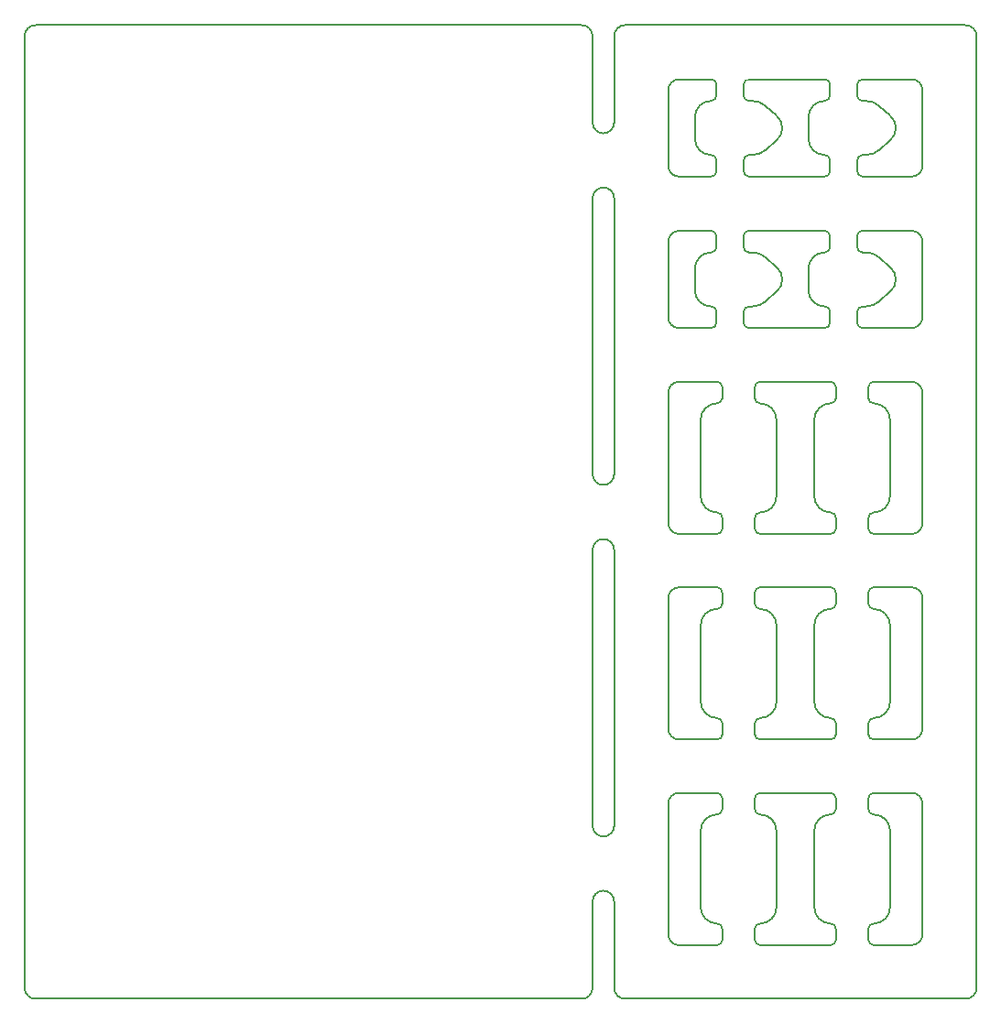
<source format=gm1>
G04 #@! TF.GenerationSoftware,KiCad,Pcbnew,(6.0.2-0)*
G04 #@! TF.CreationDate,2022-08-08T09:45:33+12:00*
G04 #@! TF.ProjectId,stamp_attach,7374616d-705f-4617-9474-6163682e6b69,rev?*
G04 #@! TF.SameCoordinates,Original*
G04 #@! TF.FileFunction,Profile,NP*
%FSLAX46Y46*%
G04 Gerber Fmt 4.6, Leading zero omitted, Abs format (unit mm)*
G04 Created by KiCad (PCBNEW (6.0.2-0)) date 2022-08-08 09:45:33*
%MOMM*%
%LPD*%
G01*
G04 APERTURE LIST*
G04 #@! TA.AperFunction,Profile*
%ADD10C,0.150000*%
G04 #@! TD*
G04 APERTURE END LIST*
D10*
X169000001Y-123539999D02*
X165500001Y-123540000D01*
X171960001Y-62500000D02*
G75*
G03*
X171460001Y-63000000I1J-500001D01*
G01*
X179500001Y-104540000D02*
G75*
G03*
X180000001Y-104040000I-1J500001D01*
G01*
X193000000Y-58500000D02*
X193000001Y-146500000D01*
X169500001Y-128960000D02*
G75*
G03*
X169000001Y-128460000I-500001J-1D01*
G01*
X192000001Y-57500001D02*
X160500001Y-57500000D01*
X188000001Y-129460001D02*
G75*
G03*
X187000001Y-128460000I-999999J2D01*
G01*
X188000001Y-77500000D02*
X188000001Y-84500000D01*
X169000001Y-142540000D02*
G75*
G03*
X169500001Y-142039999I-1J500001D01*
G01*
X169000001Y-104540000D02*
G75*
G03*
X169500001Y-104040000I-1J500001D01*
G01*
X165500001Y-76500001D02*
G75*
G03*
X164500002Y-77500001I2J-1000001D01*
G01*
X106000001Y-57500001D02*
G75*
G03*
X105000002Y-58500000I0J-999999D01*
G01*
X106000001Y-147500001D02*
X156500001Y-147500001D01*
X183000001Y-123040000D02*
G75*
G03*
X183500001Y-123540000I500001J1D01*
G01*
X160500001Y-57500000D02*
G75*
G03*
X159500001Y-58500000I-1J-999999D01*
G01*
X159500001Y-66500000D02*
X159500001Y-58500000D01*
X165500000Y-109460000D02*
G75*
G03*
X164500001Y-110460000I0J-999999D01*
G01*
X183500001Y-90460000D02*
G75*
G03*
X183000002Y-90960000I4J-500003D01*
G01*
X183500001Y-142540000D02*
X187000001Y-142540000D01*
X169000001Y-123540000D02*
G75*
G03*
X169500001Y-123040001I-1J500001D01*
G01*
X183500001Y-128460000D02*
X187000001Y-128460000D01*
X169000001Y-109460000D02*
X165500000Y-109460000D01*
X182460001Y-76500000D02*
G75*
G03*
X181960001Y-77000000I1J-500001D01*
G01*
X171460001Y-85000001D02*
G75*
G03*
X171960001Y-85500001I500001J1D01*
G01*
X169000001Y-142539999D02*
X165500001Y-142540000D01*
X180000001Y-128960000D02*
G75*
G03*
X179500001Y-128460000I-500001J-1D01*
G01*
X168460001Y-85500001D02*
X165500001Y-85500001D01*
X179500001Y-142540000D02*
G75*
G03*
X180000001Y-142040000I-1J500001D01*
G01*
X181960001Y-85000000D02*
G75*
G03*
X182460001Y-85500000I500001J1D01*
G01*
X168460001Y-85500001D02*
G75*
G03*
X168960001Y-85000001I-1J500001D01*
G01*
X159500001Y-146500000D02*
G75*
G03*
X160500001Y-147500001I1000001J0D01*
G01*
X171960001Y-76500001D02*
G75*
G03*
X171460001Y-77000000I0J-500000D01*
G01*
X173000001Y-109460000D02*
G75*
G03*
X172500001Y-109959999I1J-500001D01*
G01*
X169000001Y-90460000D02*
X165500001Y-90460000D01*
X188000001Y-63500000D02*
X188000001Y-70500000D01*
X188000001Y-110460000D02*
G75*
G03*
X187000001Y-109460000I-999999J1D01*
G01*
X172500001Y-123040000D02*
G75*
G03*
X173000001Y-123540000I500001J1D01*
G01*
X178960001Y-85500000D02*
X171960001Y-85500001D01*
X180000001Y-90960000D02*
G75*
G03*
X179500001Y-90460000I-500001J-1D01*
G01*
X182460001Y-62500000D02*
G75*
G03*
X181960001Y-63000000I1J-500001D01*
G01*
X181960001Y-71000000D02*
G75*
G03*
X182460001Y-71500000I500001J1D01*
G01*
X164500001Y-141540000D02*
X164500001Y-129460000D01*
X169000001Y-104539999D02*
X165500001Y-104540000D01*
X165500001Y-90460000D02*
G75*
G03*
X164500002Y-91460000I2J-1000001D01*
G01*
X157500001Y-58500001D02*
X157500001Y-66500000D01*
X193000000Y-58500000D02*
G75*
G03*
X192000001Y-57500001I-999999J0D01*
G01*
X157500001Y-73500000D02*
X157500001Y-99000000D01*
X187000001Y-85500000D02*
G75*
G03*
X188000001Y-84500000I1J999999D01*
G01*
X157500001Y-131500000D02*
X157500001Y-106000000D01*
X187000001Y-104540000D02*
G75*
G03*
X188000001Y-103540000I1J999999D01*
G01*
X168460001Y-71500000D02*
G75*
G03*
X168960001Y-71000000I-1J500001D01*
G01*
X164500001Y-84500001D02*
X164500002Y-77500001D01*
X168960001Y-63000000D02*
G75*
G03*
X168460001Y-62500000I-500001J-1D01*
G01*
X164500001Y-122540000D02*
X164500001Y-110460000D01*
X168460001Y-71500000D02*
X165500001Y-71500000D01*
X183500001Y-123540000D02*
X187000001Y-123540000D01*
X173000001Y-128460000D02*
G75*
G03*
X172500001Y-128960000I1J-500001D01*
G01*
X183000001Y-142040000D02*
G75*
G03*
X183500001Y-142540000I500001J1D01*
G01*
X164500001Y-103540000D02*
G75*
G03*
X165500001Y-104540000I999999J-1D01*
G01*
X179500001Y-142540000D02*
X173000001Y-142540000D01*
X164500001Y-70500000D02*
X164500001Y-63500000D01*
X187000001Y-76500000D02*
X182460001Y-76500000D01*
X169500001Y-109960000D02*
G75*
G03*
X169000001Y-109460000I-500001J-1D01*
G01*
X173000001Y-90460000D02*
G75*
G03*
X172500000Y-90960000I-1J-500000D01*
G01*
X187000001Y-71500000D02*
G75*
G03*
X188000001Y-70500000I1J999999D01*
G01*
X188000001Y-77500000D02*
G75*
G03*
X187000001Y-76500000I-1000003J-3D01*
G01*
X187000001Y-62500000D02*
X182460001Y-62500000D01*
X165500001Y-128460000D02*
G75*
G03*
X164500001Y-129460000I-1J-999999D01*
G01*
X183500001Y-128460000D02*
G75*
G03*
X183000001Y-128960000I1J-500001D01*
G01*
X188000001Y-129460001D02*
X188000001Y-141540001D01*
X165500001Y-76500001D02*
X168460001Y-76500001D01*
X164500001Y-141540000D02*
G75*
G03*
X165500001Y-142540000I999999J-1D01*
G01*
X159500001Y-146500000D02*
X159500001Y-138500000D01*
X105000001Y-146500000D02*
X105000002Y-58500000D01*
X171960001Y-62500000D02*
X178960001Y-62500000D01*
X179460001Y-77000000D02*
G75*
G03*
X178960001Y-76500000I-500001J-1D01*
G01*
X187000001Y-123540000D02*
G75*
G03*
X188000001Y-122540000I-3J1000003D01*
G01*
X169500001Y-90960000D02*
G75*
G03*
X169000001Y-90460000I-500001J-1D01*
G01*
X179500001Y-104540000D02*
X173000001Y-104540000D01*
X192000001Y-147500000D02*
X160500001Y-147500001D01*
X178960001Y-71500000D02*
G75*
G03*
X179460001Y-71000000I-1J500001D01*
G01*
X183500001Y-104540000D02*
X187000001Y-104540000D01*
X183500001Y-90460000D02*
X187000001Y-90460000D01*
X157500001Y-58500001D02*
G75*
G03*
X156500001Y-57500000I-1000001J0D01*
G01*
X183500000Y-109460000D02*
X187000001Y-109460000D01*
X164500001Y-122540000D02*
G75*
G03*
X165500001Y-123540000I999999J-1D01*
G01*
X187000001Y-142540000D02*
G75*
G03*
X188000001Y-141540001I1J999999D01*
G01*
X164500001Y-84500001D02*
G75*
G03*
X165500001Y-85500001I999999J-1D01*
G01*
X159500001Y-99000000D02*
X159500001Y-73500000D01*
X183500000Y-109460000D02*
G75*
G03*
X183000001Y-109959999I2J-500001D01*
G01*
X183000001Y-104040000D02*
G75*
G03*
X183500001Y-104540000I500001J1D01*
G01*
X157500001Y-138500000D02*
X157500001Y-146500001D01*
X179500001Y-123540000D02*
G75*
G03*
X180000001Y-123040000I-1J500001D01*
G01*
X188000001Y-63500000D02*
G75*
G03*
X187000001Y-62500000I-999999J1D01*
G01*
X179460001Y-63000000D02*
G75*
G03*
X178960001Y-62500000I-500001J-1D01*
G01*
X106000001Y-57500001D02*
X156500001Y-57500000D01*
X188000001Y-110460000D02*
X188000001Y-122540000D01*
X173000001Y-109460000D02*
X179500000Y-109460000D01*
X188000001Y-91460000D02*
G75*
G03*
X187000001Y-90460000I-999999J1D01*
G01*
X188000001Y-91460000D02*
X188000001Y-103540000D01*
X168960001Y-77000000D02*
G75*
G03*
X168460001Y-76500001I-500000J-1D01*
G01*
X159500001Y-131500000D02*
X159500001Y-106000000D01*
X178960001Y-71500000D02*
X171960001Y-71500000D01*
X165500001Y-62500000D02*
X168460001Y-62500000D01*
X164500001Y-70500000D02*
G75*
G03*
X165500001Y-71500000I999999J-1D01*
G01*
X156500001Y-147500001D02*
G75*
G03*
X157500001Y-146500001I1J999999D01*
G01*
X172500001Y-142040000D02*
G75*
G03*
X173000001Y-142540000I500001J1D01*
G01*
X192000001Y-147500000D02*
G75*
G03*
X193000001Y-146500000I1J999999D01*
G01*
X105000001Y-146500000D02*
G75*
G03*
X106000001Y-147500001I1000001J0D01*
G01*
X179500001Y-123540000D02*
X173000001Y-123540000D01*
X171960001Y-76500001D02*
X178960001Y-76500000D01*
X173000001Y-90460000D02*
X179500001Y-90460000D01*
X165500001Y-62500000D02*
G75*
G03*
X164500001Y-63500000I-1J-999999D01*
G01*
X169000001Y-128460000D02*
X165500001Y-128460000D01*
X180000001Y-109960000D02*
G75*
G03*
X179500000Y-109460000I-500001J-1D01*
G01*
X182460001Y-85500000D02*
X187000001Y-85500000D01*
X171460001Y-71000000D02*
G75*
G03*
X171960001Y-71500000I500001J1D01*
G01*
X182460001Y-71500000D02*
X187000001Y-71500000D01*
X173000001Y-128460000D02*
X179500001Y-128460000D01*
X172500001Y-104040000D02*
G75*
G03*
X173000001Y-104540000I500001J1D01*
G01*
X164500001Y-103540000D02*
X164500002Y-91460000D01*
X178960001Y-85500000D02*
G75*
G03*
X179460001Y-85000000I-1J500001D01*
G01*
X158500001Y-132500000D02*
G75*
G03*
X159500001Y-131500000I1J999999D01*
G01*
X158500001Y-137500000D02*
G75*
G03*
X157500001Y-138500000I-1J-999999D01*
G01*
X159500001Y-138500000D02*
G75*
G03*
X158500001Y-137500000I-999999J1D01*
G01*
X157500001Y-131500000D02*
G75*
G03*
X158500001Y-132500000I999999J-1D01*
G01*
X157500001Y-66499999D02*
G75*
G03*
X158500001Y-67499999I999999J-1D01*
G01*
X158500001Y-67499999D02*
G75*
G03*
X159500001Y-66499999I1J999999D01*
G01*
X159500001Y-73499999D02*
G75*
G03*
X158500001Y-72499999I-999999J1D01*
G01*
X158500001Y-72499999D02*
G75*
G03*
X157500001Y-73499999I-1J-999999D01*
G01*
X172500001Y-90960000D02*
X172500001Y-91960000D01*
X169500001Y-91960000D02*
X169500001Y-90960000D01*
X167500001Y-101040000D02*
X167500001Y-93960000D01*
X169500001Y-104040000D02*
X169500001Y-103040000D01*
X172500001Y-103040000D02*
X172500001Y-104040000D01*
X174500001Y-101040000D02*
X174500001Y-93960000D01*
X173000001Y-102540000D02*
G75*
G03*
X172500001Y-103040000I1J-500001D01*
G01*
X172500001Y-91960000D02*
G75*
G03*
X173000001Y-92460000I500001J1D01*
G01*
X169000001Y-92460000D02*
G75*
G03*
X169500001Y-91960000I-1J500001D01*
G01*
X169000001Y-92460000D02*
G75*
G03*
X167500001Y-93960000I1J-1500001D01*
G01*
X167500001Y-101040000D02*
G75*
G03*
X169000001Y-102540000I1500001J1D01*
G01*
X173000001Y-102540000D02*
G75*
G03*
X174500001Y-101040000I-1J1500001D01*
G01*
X169500001Y-103040000D02*
G75*
G03*
X169000001Y-102540000I-500001J-1D01*
G01*
X174500001Y-93960000D02*
G75*
G03*
X173000001Y-92460000I-1500001J-1D01*
G01*
X171460001Y-84000000D02*
X171460001Y-85000000D01*
X171960001Y-78500000D02*
X172270001Y-78500000D01*
X171960001Y-83500000D02*
X172270001Y-83500000D01*
X168960001Y-77000000D02*
X168960001Y-78000000D01*
X166960001Y-82000000D02*
X166960001Y-80000000D01*
X173504830Y-83032649D02*
X174533161Y-82124115D01*
X168960001Y-84000000D02*
X168960001Y-85000000D01*
X174533161Y-79875885D02*
X173504830Y-78967351D01*
X171460001Y-78000000D02*
X171460001Y-77000000D01*
X166960001Y-82000000D02*
G75*
G03*
X168460001Y-83500000I1500001J1D01*
G01*
X173504830Y-78967351D02*
G75*
G03*
X172270001Y-78500000I-1234827J-1397643D01*
G01*
X172270001Y-83500000D02*
G75*
G03*
X173504830Y-83032649I2J1864994D01*
G01*
X171960001Y-83500000D02*
G75*
G03*
X171460001Y-84000000I1J-500001D01*
G01*
X174533161Y-82124115D02*
G75*
G03*
X174533161Y-79875885I-993161J1124115D01*
G01*
X168460001Y-78500000D02*
G75*
G03*
X168960001Y-78000000I-1J500001D01*
G01*
X168460001Y-78500000D02*
G75*
G03*
X166960001Y-80000000I1J-1500001D01*
G01*
X171460001Y-78000000D02*
G75*
G03*
X171960001Y-78500000I500001J1D01*
G01*
X168960001Y-84000000D02*
G75*
G03*
X168460001Y-83500000I-500001J-1D01*
G01*
X183000001Y-103040000D02*
X183000001Y-104040000D01*
X180000001Y-104040000D02*
X180000001Y-103040000D01*
X180000001Y-91960000D02*
X180000001Y-90960000D01*
X185000001Y-101040000D02*
X185000001Y-93960000D01*
X178000001Y-101040000D02*
X178000001Y-93960000D01*
X183000001Y-90960000D02*
X183000001Y-91960000D01*
X183500001Y-102540000D02*
G75*
G03*
X185000001Y-101040000I-1J1500001D01*
G01*
X179500001Y-92460000D02*
G75*
G03*
X178000001Y-93960000I1J-1500001D01*
G01*
X183000001Y-91960000D02*
G75*
G03*
X183500001Y-92460000I500001J1D01*
G01*
X185000001Y-93960000D02*
G75*
G03*
X183500001Y-92460000I-1500001J-1D01*
G01*
X178000001Y-101040000D02*
G75*
G03*
X179500001Y-102540000I1500001J1D01*
G01*
X183500001Y-102540000D02*
G75*
G03*
X183000001Y-103040000I1J-500001D01*
G01*
X179500001Y-92460000D02*
G75*
G03*
X180000001Y-91960000I-1J500001D01*
G01*
X180000001Y-103040000D02*
G75*
G03*
X179500001Y-102540000I-500001J-1D01*
G01*
X172500001Y-109960000D02*
X172500001Y-110960000D01*
X169500001Y-110960000D02*
X169500001Y-109960000D01*
X169500001Y-123040000D02*
X169500001Y-122040000D01*
X172500001Y-122040000D02*
X172500001Y-123040000D01*
X167500001Y-120040000D02*
X167500001Y-112960000D01*
X174500001Y-120040000D02*
X174500001Y-112960000D01*
X173000001Y-121540000D02*
G75*
G03*
X174500001Y-120040000I-1J1500001D01*
G01*
X169000001Y-111460000D02*
G75*
G03*
X169500001Y-110960000I-1J500001D01*
G01*
X174500001Y-112960000D02*
G75*
G03*
X173000001Y-111460000I-1500001J-1D01*
G01*
X169000001Y-111460000D02*
G75*
G03*
X167500001Y-112960000I1J-1500001D01*
G01*
X167500001Y-120040000D02*
G75*
G03*
X169000001Y-121540000I1500001J1D01*
G01*
X172500001Y-110960000D02*
G75*
G03*
X173000001Y-111460000I500001J1D01*
G01*
X173000001Y-121540000D02*
G75*
G03*
X172500001Y-122040000I1J-500001D01*
G01*
X169500001Y-122040000D02*
G75*
G03*
X169000001Y-121540000I-500001J-1D01*
G01*
X180000001Y-110960000D02*
X180000001Y-109960000D01*
X183000001Y-122040000D02*
X183000001Y-123040000D01*
X183000001Y-109960000D02*
X183000001Y-110960000D01*
X185000001Y-120040000D02*
X185000001Y-112960000D01*
X180000001Y-123040000D02*
X180000001Y-122040000D01*
X178000001Y-120040000D02*
X178000001Y-112960000D01*
X183000001Y-110960000D02*
G75*
G03*
X183500001Y-111460000I500001J1D01*
G01*
X179500001Y-111460000D02*
G75*
G03*
X180000001Y-110960000I-1J500001D01*
G01*
X178000001Y-120040000D02*
G75*
G03*
X179500001Y-121540000I1500001J1D01*
G01*
X179500001Y-111460000D02*
G75*
G03*
X178000001Y-112960000I1J-1500001D01*
G01*
X183500001Y-121540000D02*
G75*
G03*
X183000001Y-122040000I1J-500001D01*
G01*
X185000001Y-112960000D02*
G75*
G03*
X183500001Y-111460000I-1500001J-1D01*
G01*
X180000001Y-122040000D02*
G75*
G03*
X179500001Y-121540000I-500001J-1D01*
G01*
X183500001Y-121540000D02*
G75*
G03*
X185000001Y-120040000I-1J1500001D01*
G01*
X159500001Y-106000000D02*
G75*
G03*
X158500001Y-105000000I-999999J1D01*
G01*
X157500001Y-99000000D02*
G75*
G03*
X158500001Y-100000000I999999J-1D01*
G01*
X158500001Y-100000000D02*
G75*
G03*
X159500001Y-99000000I1J999999D01*
G01*
X158500001Y-105000000D02*
G75*
G03*
X157500001Y-106000000I-1J-999999D01*
G01*
X174500001Y-139040000D02*
X174500001Y-131960000D01*
X169500001Y-129960000D02*
X169500001Y-128960000D01*
X172500001Y-128960000D02*
X172500001Y-129960000D01*
X172500001Y-141040000D02*
X172500001Y-142040000D01*
X169500001Y-142040000D02*
X169500001Y-141040000D01*
X167500001Y-139040000D02*
X167500001Y-131960000D01*
X169500001Y-141040000D02*
G75*
G03*
X169000001Y-140540000I-500001J-1D01*
G01*
X173000001Y-140540000D02*
G75*
G03*
X172500001Y-141040000I1J-500001D01*
G01*
X172500001Y-129960000D02*
G75*
G03*
X173000001Y-130460000I500001J1D01*
G01*
X173000001Y-140540000D02*
G75*
G03*
X174500001Y-139040000I-1J1500001D01*
G01*
X174500001Y-131960000D02*
G75*
G03*
X173000001Y-130460000I-1500001J-1D01*
G01*
X169000001Y-130460000D02*
G75*
G03*
X169500001Y-129960000I-1J500001D01*
G01*
X169000001Y-130460000D02*
G75*
G03*
X167500001Y-131960000I1J-1500001D01*
G01*
X167500001Y-139040000D02*
G75*
G03*
X169000001Y-140540000I1500001J1D01*
G01*
X181960001Y-70000000D02*
X181960001Y-71000000D01*
X182460001Y-69500000D02*
X182770001Y-69500000D01*
X179460001Y-63000000D02*
X179460001Y-64000000D01*
X185033161Y-65875885D02*
X184004830Y-64967351D01*
X184004830Y-69032649D02*
X185033161Y-68124115D01*
X177460001Y-68000000D02*
X177460001Y-66000000D01*
X181960001Y-64000000D02*
X181960001Y-63000000D01*
X182460001Y-64500000D02*
X182770001Y-64500000D01*
X179460001Y-70000000D02*
X179460001Y-71000000D01*
X182770001Y-69500000D02*
G75*
G03*
X184004830Y-69032649I2J1864994D01*
G01*
X177460001Y-68000000D02*
G75*
G03*
X178960001Y-69500000I1500001J1D01*
G01*
X178960001Y-64500000D02*
G75*
G03*
X179460001Y-64000000I-1J500001D01*
G01*
X181960001Y-64000000D02*
G75*
G03*
X182460001Y-64500000I500001J1D01*
G01*
X185033161Y-68124115D02*
G75*
G03*
X185033161Y-65875885I-993161J1124115D01*
G01*
X182460001Y-69500000D02*
G75*
G03*
X181960001Y-70000000I1J-500001D01*
G01*
X178960001Y-64500000D02*
G75*
G03*
X177460001Y-66000000I1J-1500001D01*
G01*
X179460001Y-70000000D02*
G75*
G03*
X178960001Y-69500000I-500001J-1D01*
G01*
X184004830Y-64967351D02*
G75*
G03*
X182770001Y-64500000I-1234827J-1397643D01*
G01*
X180000000Y-129960000D02*
X180000000Y-128960000D01*
X185000000Y-139040000D02*
X185000000Y-131960000D01*
X178000000Y-139040000D02*
X178000000Y-131960000D01*
X183000000Y-128960000D02*
X183000000Y-129960000D01*
X183000000Y-141040000D02*
X183000000Y-142040000D01*
X180000000Y-142040000D02*
X180000000Y-141040000D01*
X178000000Y-139040000D02*
G75*
G03*
X179500000Y-140540000I1500001J1D01*
G01*
X185000000Y-131960000D02*
G75*
G03*
X183500000Y-130460000I-1500001J-1D01*
G01*
X183500000Y-140540000D02*
G75*
G03*
X185000000Y-139040000I-1J1500001D01*
G01*
X183000000Y-129960000D02*
G75*
G03*
X183500000Y-130460000I500001J1D01*
G01*
X180000000Y-141040000D02*
G75*
G03*
X179500000Y-140540000I-500001J-1D01*
G01*
X183500000Y-140540000D02*
G75*
G03*
X183000000Y-141040000I1J-500001D01*
G01*
X179500000Y-130460000D02*
G75*
G03*
X178000000Y-131960000I1J-1500001D01*
G01*
X179500000Y-130460000D02*
G75*
G03*
X180000000Y-129960000I-1J500001D01*
G01*
X174533161Y-65875885D02*
X173504830Y-64967351D01*
X168960001Y-63000000D02*
X168960001Y-64000000D01*
X166960001Y-68000000D02*
X166960001Y-66000000D01*
X173504830Y-69032649D02*
X174533161Y-68124115D01*
X171960001Y-69500000D02*
X172270001Y-69500000D01*
X171960001Y-64500000D02*
X172270001Y-64500000D01*
X171460001Y-64000000D02*
X171460001Y-63000000D01*
X168960001Y-70000000D02*
X168960001Y-71000000D01*
X171460001Y-70000000D02*
X171460001Y-71000000D01*
X174533161Y-68124115D02*
G75*
G03*
X174533161Y-65875885I-993161J1124115D01*
G01*
X168960001Y-70000000D02*
G75*
G03*
X168460001Y-69500000I-500001J-1D01*
G01*
X173504830Y-64967351D02*
G75*
G03*
X172270001Y-64500000I-1234827J-1397643D01*
G01*
X168460001Y-64500000D02*
G75*
G03*
X166960001Y-66000000I1J-1500001D01*
G01*
X172270001Y-69500000D02*
G75*
G03*
X173504830Y-69032649I2J1864994D01*
G01*
X171460001Y-64000000D02*
G75*
G03*
X171960001Y-64500000I500001J1D01*
G01*
X168460001Y-64500000D02*
G75*
G03*
X168960001Y-64000000I-1J500001D01*
G01*
X166960001Y-68000000D02*
G75*
G03*
X168460001Y-69500000I1500001J1D01*
G01*
X171960001Y-69500000D02*
G75*
G03*
X171460001Y-70000000I1J-500001D01*
G01*
X179460001Y-77000000D02*
X179460001Y-78000000D01*
X182460001Y-83500000D02*
X182770001Y-83500000D01*
X177460001Y-82000000D02*
X177460001Y-80000000D01*
X181960001Y-78000000D02*
X181960001Y-77000000D01*
X181960001Y-84000000D02*
X181960001Y-85000000D01*
X182460001Y-78500000D02*
X182770001Y-78500000D01*
X179460001Y-84000000D02*
X179460001Y-85000000D01*
X184004830Y-83032649D02*
X185033161Y-82124115D01*
X185033161Y-79875885D02*
X184004830Y-78967351D01*
X182460001Y-83500000D02*
G75*
G03*
X181960001Y-84000000I1J-500001D01*
G01*
X177460001Y-82000000D02*
G75*
G03*
X178960001Y-83500000I1500001J1D01*
G01*
X181960001Y-78000000D02*
G75*
G03*
X182460001Y-78500000I500001J1D01*
G01*
X182770001Y-83500000D02*
G75*
G03*
X184004830Y-83032649I2J1864994D01*
G01*
X178960001Y-78500000D02*
G75*
G03*
X177460001Y-80000000I1J-1500001D01*
G01*
X178960001Y-78500000D02*
G75*
G03*
X179460001Y-78000000I-1J500001D01*
G01*
X184004830Y-78967351D02*
G75*
G03*
X182770001Y-78500000I-1234827J-1397643D01*
G01*
X185033161Y-82124115D02*
G75*
G03*
X185033161Y-79875885I-993161J1124115D01*
G01*
X179460001Y-84000000D02*
G75*
G03*
X178960001Y-83500000I-500001J-1D01*
G01*
M02*

</source>
